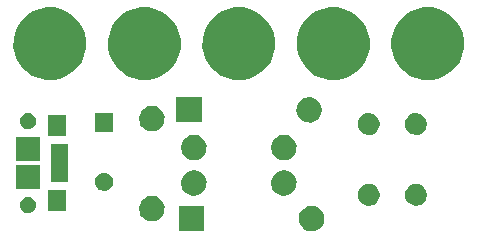
<source format=gts>
%TF.GenerationSoftware,KiCad,Pcbnew,4.0.4+e1-6308~48~ubuntu14.04.1-stable*%
%TF.CreationDate,2016-11-21T14:54:25-08:00*%
%TF.ProjectId,USB-Breakout-with-Reset,5553422D427265616B6F75742D776974,rev?*%
%TF.FileFunction,Soldermask,Top*%
%FSLAX46Y46*%
G04 Gerber Fmt 4.6, Leading zero omitted, Abs format (unit mm)*
G04 Created by KiCad (PCBNEW 4.0.4+e1-6308~48~ubuntu14.04.1-stable) date Mon Nov 21 14:54:25 2016*
%MOMM*%
%LPD*%
G01*
G04 APERTURE LIST*
%ADD10C,0.350000*%
G04 APERTURE END LIST*
D10*
G36*
X152272988Y-110725024D02*
X152479626Y-110767441D01*
X152674104Y-110849192D01*
X152848991Y-110967155D01*
X152997636Y-111116841D01*
X153114375Y-111292548D01*
X153194763Y-111487584D01*
X153235669Y-111694174D01*
X153235669Y-111694184D01*
X153235736Y-111694523D01*
X153232372Y-111935472D01*
X153232295Y-111935810D01*
X153232295Y-111935819D01*
X153185637Y-112141187D01*
X153099836Y-112333899D01*
X152978234Y-112506280D01*
X152825466Y-112651759D01*
X152647353Y-112764793D01*
X152450672Y-112841080D01*
X152242927Y-112877712D01*
X152032017Y-112873293D01*
X151825984Y-112827995D01*
X151632672Y-112743538D01*
X151459451Y-112623146D01*
X151312909Y-112471399D01*
X151198633Y-112294076D01*
X151120973Y-112097931D01*
X151082893Y-111890449D01*
X151085838Y-111679515D01*
X151129699Y-111473168D01*
X151212802Y-111279274D01*
X151331985Y-111105212D01*
X151482704Y-110957616D01*
X151659225Y-110842105D01*
X151854819Y-110763079D01*
X152062033Y-110723552D01*
X152272988Y-110725024D01*
X152272988Y-110725024D01*
G37*
G36*
X143075690Y-112875690D02*
X140924310Y-112875690D01*
X140924310Y-110724310D01*
X143075690Y-110724310D01*
X143075690Y-112875690D01*
X143075690Y-112875690D01*
G37*
G36*
X138748988Y-109895024D02*
X138955626Y-109937441D01*
X139150104Y-110019192D01*
X139324991Y-110137155D01*
X139473636Y-110286841D01*
X139590375Y-110462548D01*
X139670763Y-110657584D01*
X139711669Y-110864174D01*
X139711669Y-110864184D01*
X139711736Y-110864523D01*
X139708372Y-111105472D01*
X139708295Y-111105810D01*
X139708295Y-111105819D01*
X139661637Y-111311187D01*
X139575836Y-111503899D01*
X139454234Y-111676280D01*
X139301466Y-111821759D01*
X139123353Y-111934793D01*
X138926672Y-112011080D01*
X138718927Y-112047712D01*
X138508017Y-112043293D01*
X138301984Y-111997995D01*
X138108672Y-111913538D01*
X137935451Y-111793146D01*
X137788909Y-111641399D01*
X137674633Y-111464076D01*
X137596973Y-111267931D01*
X137558893Y-111060449D01*
X137561838Y-110849515D01*
X137605699Y-110643168D01*
X137688802Y-110449274D01*
X137807985Y-110275212D01*
X137958704Y-110127616D01*
X138135225Y-110012105D01*
X138330819Y-109933079D01*
X138538033Y-109893552D01*
X138748988Y-109895024D01*
X138748988Y-109895024D01*
G37*
G36*
X128221028Y-109974248D02*
X128350922Y-110000912D01*
X128473177Y-110052303D01*
X128583115Y-110126457D01*
X128676552Y-110220549D01*
X128749941Y-110331008D01*
X128800475Y-110453612D01*
X128826162Y-110583341D01*
X128826162Y-110583356D01*
X128826229Y-110583695D01*
X128824114Y-110735160D01*
X128824038Y-110735494D01*
X128824038Y-110735507D01*
X128794736Y-110864478D01*
X128740801Y-110985619D01*
X128664359Y-111093982D01*
X128568326Y-111185433D01*
X128456360Y-111256489D01*
X128332722Y-111304445D01*
X128202131Y-111327472D01*
X128069547Y-111324694D01*
X127940031Y-111296219D01*
X127818510Y-111243127D01*
X127709621Y-111167447D01*
X127617502Y-111072056D01*
X127545665Y-110960586D01*
X127496846Y-110837284D01*
X127472909Y-110706859D01*
X127474760Y-110574261D01*
X127502332Y-110444546D01*
X127554571Y-110322661D01*
X127629493Y-110213242D01*
X127724241Y-110120458D01*
X127835199Y-110047848D01*
X127958157Y-109998170D01*
X128088415Y-109973323D01*
X128221028Y-109974248D01*
X128221028Y-109974248D01*
G37*
G36*
X131376200Y-111176200D02*
X129823800Y-111176200D01*
X129823800Y-109423800D01*
X131376200Y-109423800D01*
X131376200Y-111176200D01*
X131376200Y-111176200D01*
G37*
G36*
X157097286Y-108874415D02*
X157275207Y-108910937D01*
X157442658Y-108981327D01*
X157593241Y-109082897D01*
X157721229Y-109211781D01*
X157821743Y-109363069D01*
X157890962Y-109531005D01*
X157926172Y-109708827D01*
X157926172Y-109708842D01*
X157926239Y-109709181D01*
X157923342Y-109916645D01*
X157923266Y-109916979D01*
X157923266Y-109916992D01*
X157883102Y-110093772D01*
X157809226Y-110259702D01*
X157704523Y-110408127D01*
X157572985Y-110533388D01*
X157419623Y-110630716D01*
X157250279Y-110696400D01*
X157071403Y-110727941D01*
X156889804Y-110724136D01*
X156712402Y-110685132D01*
X156545955Y-110612413D01*
X156396807Y-110508753D01*
X156270631Y-110378094D01*
X156172236Y-110225413D01*
X156105368Y-110056527D01*
X156072581Y-109877880D01*
X156075116Y-109696259D01*
X156112882Y-109518588D01*
X156184435Y-109351640D01*
X156287055Y-109201768D01*
X156416829Y-109074684D01*
X156568819Y-108975225D01*
X156737231Y-108907182D01*
X156915648Y-108873147D01*
X157097286Y-108874415D01*
X157097286Y-108874415D01*
G37*
G36*
X161097286Y-108874415D02*
X161275207Y-108910937D01*
X161442658Y-108981327D01*
X161593241Y-109082897D01*
X161721229Y-109211781D01*
X161821743Y-109363069D01*
X161890962Y-109531005D01*
X161926172Y-109708827D01*
X161926172Y-109708842D01*
X161926239Y-109709181D01*
X161923342Y-109916645D01*
X161923266Y-109916979D01*
X161923266Y-109916992D01*
X161883102Y-110093772D01*
X161809226Y-110259702D01*
X161704523Y-110408127D01*
X161572985Y-110533388D01*
X161419623Y-110630716D01*
X161250279Y-110696400D01*
X161071403Y-110727941D01*
X160889804Y-110724136D01*
X160712402Y-110685132D01*
X160545955Y-110612413D01*
X160396807Y-110508753D01*
X160270631Y-110378094D01*
X160172236Y-110225413D01*
X160105368Y-110056527D01*
X160072581Y-109877880D01*
X160075116Y-109696259D01*
X160112882Y-109518588D01*
X160184435Y-109351640D01*
X160287055Y-109201768D01*
X160416829Y-109074684D01*
X160568819Y-108975225D01*
X160737231Y-108907182D01*
X160915648Y-108873147D01*
X161097286Y-108874415D01*
X161097286Y-108874415D01*
G37*
G36*
X142304988Y-107725024D02*
X142511626Y-107767441D01*
X142706104Y-107849192D01*
X142880991Y-107967155D01*
X143029636Y-108116841D01*
X143146375Y-108292548D01*
X143226763Y-108487584D01*
X143267669Y-108694174D01*
X143267669Y-108694184D01*
X143267736Y-108694523D01*
X143264372Y-108935472D01*
X143264295Y-108935810D01*
X143264295Y-108935819D01*
X143217637Y-109141187D01*
X143131836Y-109333899D01*
X143010234Y-109506280D01*
X142857466Y-109651759D01*
X142679353Y-109764793D01*
X142482672Y-109841080D01*
X142274927Y-109877712D01*
X142064017Y-109873293D01*
X141857984Y-109827995D01*
X141664672Y-109743538D01*
X141491451Y-109623146D01*
X141344909Y-109471399D01*
X141230633Y-109294076D01*
X141152973Y-109097931D01*
X141114893Y-108890449D01*
X141117838Y-108679515D01*
X141161699Y-108473168D01*
X141244802Y-108279274D01*
X141363985Y-108105212D01*
X141514704Y-107957616D01*
X141691225Y-107842105D01*
X141886819Y-107763079D01*
X142094033Y-107723552D01*
X142304988Y-107725024D01*
X142304988Y-107725024D01*
G37*
G36*
X149924988Y-107725024D02*
X150131626Y-107767441D01*
X150326104Y-107849192D01*
X150500991Y-107967155D01*
X150649636Y-108116841D01*
X150766375Y-108292548D01*
X150846763Y-108487584D01*
X150887669Y-108694174D01*
X150887669Y-108694184D01*
X150887736Y-108694523D01*
X150884372Y-108935472D01*
X150884295Y-108935810D01*
X150884295Y-108935819D01*
X150837637Y-109141187D01*
X150751836Y-109333899D01*
X150630234Y-109506280D01*
X150477466Y-109651759D01*
X150299353Y-109764793D01*
X150102672Y-109841080D01*
X149894927Y-109877712D01*
X149684017Y-109873293D01*
X149477984Y-109827995D01*
X149284672Y-109743538D01*
X149111451Y-109623146D01*
X148964909Y-109471399D01*
X148850633Y-109294076D01*
X148772973Y-109097931D01*
X148734893Y-108890449D01*
X148737838Y-108679515D01*
X148781699Y-108473168D01*
X148864802Y-108279274D01*
X148983985Y-108105212D01*
X149134704Y-107957616D01*
X149311225Y-107842105D01*
X149506819Y-107763079D01*
X149714033Y-107723552D01*
X149924988Y-107725024D01*
X149924988Y-107725024D01*
G37*
G36*
X134653531Y-107908315D02*
X134802636Y-107938923D01*
X134942969Y-107997913D01*
X135069162Y-108083032D01*
X135176424Y-108191044D01*
X135260662Y-108317834D01*
X135318667Y-108458565D01*
X135346090Y-108597060D01*
X135348234Y-108607890D01*
X135345806Y-108781754D01*
X135345728Y-108782097D01*
X135345728Y-108782101D01*
X135312082Y-108930196D01*
X135250170Y-109069252D01*
X135162424Y-109193640D01*
X135052189Y-109298615D01*
X134923664Y-109380180D01*
X134781746Y-109435226D01*
X134631840Y-109461659D01*
X134479649Y-109458470D01*
X134330980Y-109425784D01*
X134191488Y-109364841D01*
X134066496Y-109277969D01*
X133960754Y-109168470D01*
X133878294Y-109040517D01*
X133822256Y-108898982D01*
X133794778Y-108749266D01*
X133796903Y-108597060D01*
X133828553Y-108448163D01*
X133888517Y-108308253D01*
X133974518Y-108182653D01*
X134083275Y-108076150D01*
X134210650Y-107992799D01*
X134351787Y-107935775D01*
X134501308Y-107907253D01*
X134653531Y-107908315D01*
X134653531Y-107908315D01*
G37*
G36*
X129176200Y-109326200D02*
X127123800Y-109326200D01*
X127123800Y-107273800D01*
X129176200Y-107273800D01*
X129176200Y-109326200D01*
X129176200Y-109326200D01*
G37*
G36*
X131576200Y-108676200D02*
X130073800Y-108676200D01*
X130073800Y-105523800D01*
X131576200Y-105523800D01*
X131576200Y-108676200D01*
X131576200Y-108676200D01*
G37*
G36*
X129176200Y-106926200D02*
X127123800Y-106926200D01*
X127123800Y-104873800D01*
X129176200Y-104873800D01*
X129176200Y-106926200D01*
X129176200Y-106926200D01*
G37*
G36*
X149924988Y-104725024D02*
X150131626Y-104767441D01*
X150326104Y-104849192D01*
X150500991Y-104967155D01*
X150649636Y-105116841D01*
X150766375Y-105292548D01*
X150846763Y-105487584D01*
X150887669Y-105694174D01*
X150887669Y-105694184D01*
X150887736Y-105694523D01*
X150884372Y-105935472D01*
X150884295Y-105935810D01*
X150884295Y-105935819D01*
X150837637Y-106141187D01*
X150751836Y-106333899D01*
X150630234Y-106506280D01*
X150477466Y-106651759D01*
X150299353Y-106764793D01*
X150102672Y-106841080D01*
X149894927Y-106877712D01*
X149684017Y-106873293D01*
X149477984Y-106827995D01*
X149284672Y-106743538D01*
X149111451Y-106623146D01*
X148964909Y-106471399D01*
X148850633Y-106294076D01*
X148772973Y-106097931D01*
X148734893Y-105890449D01*
X148737838Y-105679515D01*
X148781699Y-105473168D01*
X148864802Y-105279274D01*
X148983985Y-105105212D01*
X149134704Y-104957616D01*
X149311225Y-104842105D01*
X149506819Y-104763079D01*
X149714033Y-104723552D01*
X149924988Y-104725024D01*
X149924988Y-104725024D01*
G37*
G36*
X142304988Y-104725024D02*
X142511626Y-104767441D01*
X142706104Y-104849192D01*
X142880991Y-104967155D01*
X143029636Y-105116841D01*
X143146375Y-105292548D01*
X143226763Y-105487584D01*
X143267669Y-105694174D01*
X143267669Y-105694184D01*
X143267736Y-105694523D01*
X143264372Y-105935472D01*
X143264295Y-105935810D01*
X143264295Y-105935819D01*
X143217637Y-106141187D01*
X143131836Y-106333899D01*
X143010234Y-106506280D01*
X142857466Y-106651759D01*
X142679353Y-106764793D01*
X142482672Y-106841080D01*
X142274927Y-106877712D01*
X142064017Y-106873293D01*
X141857984Y-106827995D01*
X141664672Y-106743538D01*
X141491451Y-106623146D01*
X141344909Y-106471399D01*
X141230633Y-106294076D01*
X141152973Y-106097931D01*
X141114893Y-105890449D01*
X141117838Y-105679515D01*
X141161699Y-105473168D01*
X141244802Y-105279274D01*
X141363985Y-105105212D01*
X141514704Y-104957616D01*
X141691225Y-104842105D01*
X141886819Y-104763079D01*
X142094033Y-104723552D01*
X142304988Y-104725024D01*
X142304988Y-104725024D01*
G37*
G36*
X131376200Y-104776200D02*
X129823800Y-104776200D01*
X129823800Y-103023800D01*
X131376200Y-103023800D01*
X131376200Y-104776200D01*
X131376200Y-104776200D01*
G37*
G36*
X161097286Y-102874415D02*
X161275207Y-102910937D01*
X161442658Y-102981327D01*
X161593241Y-103082897D01*
X161721229Y-103211781D01*
X161821743Y-103363069D01*
X161890962Y-103531005D01*
X161926172Y-103708827D01*
X161926172Y-103708842D01*
X161926239Y-103709181D01*
X161923342Y-103916645D01*
X161923266Y-103916979D01*
X161923266Y-103916992D01*
X161883102Y-104093772D01*
X161809226Y-104259702D01*
X161704523Y-104408127D01*
X161572985Y-104533388D01*
X161419623Y-104630716D01*
X161250279Y-104696400D01*
X161071403Y-104727941D01*
X160889804Y-104724136D01*
X160712402Y-104685132D01*
X160545955Y-104612413D01*
X160396807Y-104508753D01*
X160270631Y-104378094D01*
X160172236Y-104225413D01*
X160105368Y-104056527D01*
X160072581Y-103877880D01*
X160075116Y-103696259D01*
X160112882Y-103518588D01*
X160184435Y-103351640D01*
X160287055Y-103201768D01*
X160416829Y-103074684D01*
X160568819Y-102975225D01*
X160737231Y-102907182D01*
X160915648Y-102873147D01*
X161097286Y-102874415D01*
X161097286Y-102874415D01*
G37*
G36*
X157097286Y-102874415D02*
X157275207Y-102910937D01*
X157442658Y-102981327D01*
X157593241Y-103082897D01*
X157721229Y-103211781D01*
X157821743Y-103363069D01*
X157890962Y-103531005D01*
X157926172Y-103708827D01*
X157926172Y-103708842D01*
X157926239Y-103709181D01*
X157923342Y-103916645D01*
X157923266Y-103916979D01*
X157923266Y-103916992D01*
X157883102Y-104093772D01*
X157809226Y-104259702D01*
X157704523Y-104408127D01*
X157572985Y-104533388D01*
X157419623Y-104630716D01*
X157250279Y-104696400D01*
X157071403Y-104727941D01*
X156889804Y-104724136D01*
X156712402Y-104685132D01*
X156545955Y-104612413D01*
X156396807Y-104508753D01*
X156270631Y-104378094D01*
X156172236Y-104225413D01*
X156105368Y-104056527D01*
X156072581Y-103877880D01*
X156075116Y-103696259D01*
X156112882Y-103518588D01*
X156184435Y-103351640D01*
X156287055Y-103201768D01*
X156416829Y-103074684D01*
X156568819Y-102975225D01*
X156737231Y-102907182D01*
X156915648Y-102873147D01*
X157097286Y-102874415D01*
X157097286Y-102874415D01*
G37*
G36*
X135348200Y-104460200D02*
X133795800Y-104460200D01*
X133795800Y-102907800D01*
X135348200Y-102907800D01*
X135348200Y-104460200D01*
X135348200Y-104460200D01*
G37*
G36*
X138748988Y-102275024D02*
X138955626Y-102317441D01*
X139150104Y-102399192D01*
X139324991Y-102517155D01*
X139473636Y-102666841D01*
X139590375Y-102842548D01*
X139670763Y-103037584D01*
X139711669Y-103244174D01*
X139711669Y-103244184D01*
X139711736Y-103244523D01*
X139708372Y-103485472D01*
X139708295Y-103485810D01*
X139708295Y-103485819D01*
X139661637Y-103691187D01*
X139575836Y-103883899D01*
X139454234Y-104056280D01*
X139301466Y-104201759D01*
X139123353Y-104314793D01*
X138926672Y-104391080D01*
X138718927Y-104427712D01*
X138508017Y-104423293D01*
X138301984Y-104377995D01*
X138108672Y-104293538D01*
X137935451Y-104173146D01*
X137788909Y-104021399D01*
X137674633Y-103844076D01*
X137596973Y-103647931D01*
X137558893Y-103440449D01*
X137561838Y-103229515D01*
X137605699Y-103023168D01*
X137688802Y-102829274D01*
X137807985Y-102655212D01*
X137958704Y-102507616D01*
X138135225Y-102392105D01*
X138330819Y-102313079D01*
X138538033Y-102273552D01*
X138748988Y-102275024D01*
X138748988Y-102275024D01*
G37*
G36*
X128221028Y-102874248D02*
X128350922Y-102900912D01*
X128473177Y-102952303D01*
X128583115Y-103026457D01*
X128676552Y-103120549D01*
X128749941Y-103231008D01*
X128800475Y-103353612D01*
X128826162Y-103483341D01*
X128826162Y-103483356D01*
X128826229Y-103483695D01*
X128824114Y-103635160D01*
X128824038Y-103635494D01*
X128824038Y-103635507D01*
X128794736Y-103764478D01*
X128740801Y-103885619D01*
X128664359Y-103993982D01*
X128568326Y-104085433D01*
X128456360Y-104156489D01*
X128332722Y-104204445D01*
X128202131Y-104227472D01*
X128069547Y-104224694D01*
X127940031Y-104196219D01*
X127818510Y-104143127D01*
X127709621Y-104067447D01*
X127617502Y-103972056D01*
X127545665Y-103860586D01*
X127496846Y-103737284D01*
X127472909Y-103606859D01*
X127474760Y-103474261D01*
X127502332Y-103344546D01*
X127554571Y-103222661D01*
X127629493Y-103113242D01*
X127724241Y-103020458D01*
X127835199Y-102947848D01*
X127958157Y-102898170D01*
X128088415Y-102873323D01*
X128221028Y-102874248D01*
X128221028Y-102874248D01*
G37*
G36*
X152072988Y-101519944D02*
X152279626Y-101562361D01*
X152474104Y-101644112D01*
X152648991Y-101762075D01*
X152797636Y-101911761D01*
X152914375Y-102087468D01*
X152994763Y-102282504D01*
X153035669Y-102489094D01*
X153035669Y-102489104D01*
X153035736Y-102489443D01*
X153032372Y-102730392D01*
X153032295Y-102730730D01*
X153032295Y-102730739D01*
X152985637Y-102936107D01*
X152899836Y-103128819D01*
X152778234Y-103301200D01*
X152625466Y-103446679D01*
X152447353Y-103559713D01*
X152250672Y-103636000D01*
X152042927Y-103672632D01*
X151832017Y-103668213D01*
X151625984Y-103622915D01*
X151432672Y-103538458D01*
X151259451Y-103418066D01*
X151112909Y-103266319D01*
X150998633Y-103088996D01*
X150920973Y-102892851D01*
X150882893Y-102685369D01*
X150885838Y-102474435D01*
X150929699Y-102268088D01*
X151012802Y-102074194D01*
X151131985Y-101900132D01*
X151282704Y-101752536D01*
X151459225Y-101637025D01*
X151654819Y-101557999D01*
X151862033Y-101518472D01*
X152072988Y-101519944D01*
X152072988Y-101519944D01*
G37*
G36*
X142875690Y-103670610D02*
X140724310Y-103670610D01*
X140724310Y-101519230D01*
X142875690Y-101519230D01*
X142875690Y-103670610D01*
X142875690Y-103670610D01*
G37*
G36*
X162323110Y-93925847D02*
X162914055Y-94047151D01*
X163470198Y-94280932D01*
X163970334Y-94618278D01*
X164395421Y-95046343D01*
X164729266Y-95548821D01*
X164959156Y-96106576D01*
X165076264Y-96698014D01*
X165076264Y-96698024D01*
X165076331Y-96698363D01*
X165066710Y-97387416D01*
X165066633Y-97387754D01*
X165066633Y-97387762D01*
X164933057Y-97975701D01*
X164687685Y-98526816D01*
X164339937Y-99019778D01*
X163903062Y-99435809D01*
X163393700Y-99759061D01*
X162831254Y-99977219D01*
X162237147Y-100081976D01*
X161634003Y-100069342D01*
X161044800Y-99939797D01*
X160491982Y-99698277D01*
X159996607Y-99353982D01*
X159577537Y-98920023D01*
X159250738Y-98412930D01*
X159028656Y-97852014D01*
X158919755Y-97258658D01*
X158928177Y-96655441D01*
X159053606Y-96065347D01*
X159291259Y-95510858D01*
X159632091Y-95013088D01*
X160063112Y-94591000D01*
X160567913Y-94260668D01*
X161127259Y-94034677D01*
X161719845Y-93921636D01*
X162323110Y-93925847D01*
X162323110Y-93925847D01*
G37*
G36*
X154323110Y-93925847D02*
X154914055Y-94047151D01*
X155470198Y-94280932D01*
X155970334Y-94618278D01*
X156395421Y-95046343D01*
X156729266Y-95548821D01*
X156959156Y-96106576D01*
X157076264Y-96698014D01*
X157076264Y-96698024D01*
X157076331Y-96698363D01*
X157066710Y-97387416D01*
X157066633Y-97387754D01*
X157066633Y-97387762D01*
X156933057Y-97975701D01*
X156687685Y-98526816D01*
X156339937Y-99019778D01*
X155903062Y-99435809D01*
X155393700Y-99759061D01*
X154831254Y-99977219D01*
X154237147Y-100081976D01*
X153634003Y-100069342D01*
X153044800Y-99939797D01*
X152491982Y-99698277D01*
X151996607Y-99353982D01*
X151577537Y-98920023D01*
X151250738Y-98412930D01*
X151028656Y-97852014D01*
X150919755Y-97258658D01*
X150928177Y-96655441D01*
X151053606Y-96065347D01*
X151291259Y-95510858D01*
X151632091Y-95013088D01*
X152063112Y-94591000D01*
X152567913Y-94260668D01*
X153127259Y-94034677D01*
X153719845Y-93921636D01*
X154323110Y-93925847D01*
X154323110Y-93925847D01*
G37*
G36*
X146323110Y-93925847D02*
X146914055Y-94047151D01*
X147470198Y-94280932D01*
X147970334Y-94618278D01*
X148395421Y-95046343D01*
X148729266Y-95548821D01*
X148959156Y-96106576D01*
X149076264Y-96698014D01*
X149076264Y-96698024D01*
X149076331Y-96698363D01*
X149066710Y-97387416D01*
X149066633Y-97387754D01*
X149066633Y-97387762D01*
X148933057Y-97975701D01*
X148687685Y-98526816D01*
X148339937Y-99019778D01*
X147903062Y-99435809D01*
X147393700Y-99759061D01*
X146831254Y-99977219D01*
X146237147Y-100081976D01*
X145634003Y-100069342D01*
X145044800Y-99939797D01*
X144491982Y-99698277D01*
X143996607Y-99353982D01*
X143577537Y-98920023D01*
X143250738Y-98412930D01*
X143028656Y-97852014D01*
X142919755Y-97258658D01*
X142928177Y-96655441D01*
X143053606Y-96065347D01*
X143291259Y-95510858D01*
X143632091Y-95013088D01*
X144063112Y-94591000D01*
X144567913Y-94260668D01*
X145127259Y-94034677D01*
X145719845Y-93921636D01*
X146323110Y-93925847D01*
X146323110Y-93925847D01*
G37*
G36*
X138323110Y-93925847D02*
X138914055Y-94047151D01*
X139470198Y-94280932D01*
X139970334Y-94618278D01*
X140395421Y-95046343D01*
X140729266Y-95548821D01*
X140959156Y-96106576D01*
X141076264Y-96698014D01*
X141076264Y-96698024D01*
X141076331Y-96698363D01*
X141066710Y-97387416D01*
X141066633Y-97387754D01*
X141066633Y-97387762D01*
X140933057Y-97975701D01*
X140687685Y-98526816D01*
X140339937Y-99019778D01*
X139903062Y-99435809D01*
X139393700Y-99759061D01*
X138831254Y-99977219D01*
X138237147Y-100081976D01*
X137634003Y-100069342D01*
X137044800Y-99939797D01*
X136491982Y-99698277D01*
X135996607Y-99353982D01*
X135577537Y-98920023D01*
X135250738Y-98412930D01*
X135028656Y-97852014D01*
X134919755Y-97258658D01*
X134928177Y-96655441D01*
X135053606Y-96065347D01*
X135291259Y-95510858D01*
X135632091Y-95013088D01*
X136063112Y-94591000D01*
X136567913Y-94260668D01*
X137127259Y-94034677D01*
X137719845Y-93921636D01*
X138323110Y-93925847D01*
X138323110Y-93925847D01*
G37*
G36*
X130323110Y-93925847D02*
X130914055Y-94047151D01*
X131470198Y-94280932D01*
X131970334Y-94618278D01*
X132395421Y-95046343D01*
X132729266Y-95548821D01*
X132959156Y-96106576D01*
X133076264Y-96698014D01*
X133076264Y-96698024D01*
X133076331Y-96698363D01*
X133066710Y-97387416D01*
X133066633Y-97387754D01*
X133066633Y-97387762D01*
X132933057Y-97975701D01*
X132687685Y-98526816D01*
X132339937Y-99019778D01*
X131903062Y-99435809D01*
X131393700Y-99759061D01*
X130831254Y-99977219D01*
X130237147Y-100081976D01*
X129634003Y-100069342D01*
X129044800Y-99939797D01*
X128491982Y-99698277D01*
X127996607Y-99353982D01*
X127577537Y-98920023D01*
X127250738Y-98412930D01*
X127028656Y-97852014D01*
X126919755Y-97258658D01*
X126928177Y-96655441D01*
X127053606Y-96065347D01*
X127291259Y-95510858D01*
X127632091Y-95013088D01*
X128063112Y-94591000D01*
X128567913Y-94260668D01*
X129127259Y-94034677D01*
X129719845Y-93921636D01*
X130323110Y-93925847D01*
X130323110Y-93925847D01*
G37*
M02*

</source>
